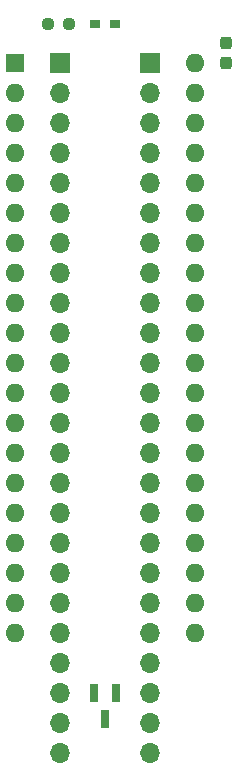
<source format=gbr>
G04 #@! TF.GenerationSoftware,KiCad,Pcbnew,8.0.4+dfsg-1*
G04 #@! TF.CreationDate,2025-02-23T16:56:39+09:00*
G04 #@! TF.ProjectId,bionic-p8085,62696f6e-6963-42d7-9038-3038352e6b69,6*
G04 #@! TF.SameCoordinates,Original*
G04 #@! TF.FileFunction,Soldermask,Top*
G04 #@! TF.FilePolarity,Negative*
%FSLAX46Y46*%
G04 Gerber Fmt 4.6, Leading zero omitted, Abs format (unit mm)*
G04 Created by KiCad (PCBNEW 8.0.4+dfsg-1) date 2025-02-23 16:56:39*
%MOMM*%
%LPD*%
G01*
G04 APERTURE LIST*
G04 Aperture macros list*
%AMRoundRect*
0 Rectangle with rounded corners*
0 $1 Rounding radius*
0 $2 $3 $4 $5 $6 $7 $8 $9 X,Y pos of 4 corners*
0 Add a 4 corners polygon primitive as box body*
4,1,4,$2,$3,$4,$5,$6,$7,$8,$9,$2,$3,0*
0 Add four circle primitives for the rounded corners*
1,1,$1+$1,$2,$3*
1,1,$1+$1,$4,$5*
1,1,$1+$1,$6,$7*
1,1,$1+$1,$8,$9*
0 Add four rect primitives between the rounded corners*
20,1,$1+$1,$2,$3,$4,$5,0*
20,1,$1+$1,$4,$5,$6,$7,0*
20,1,$1+$1,$6,$7,$8,$9,0*
20,1,$1+$1,$8,$9,$2,$3,0*%
G04 Aperture macros list end*
%ADD10R,0.660400X1.625600*%
%ADD11R,1.600000X1.600000*%
%ADD12O,1.600000X1.600000*%
%ADD13O,1.700000X1.700000*%
%ADD14R,1.700000X1.700000*%
%ADD15R,0.965200X0.762000*%
%ADD16RoundRect,0.237500X0.237500X-0.300000X0.237500X0.300000X-0.237500X0.300000X-0.237500X-0.300000X0*%
%ADD17RoundRect,0.237500X0.250000X0.237500X-0.250000X0.237500X-0.250000X-0.237500X0.250000X-0.237500X0*%
G04 APERTURE END LIST*
D10*
X114650001Y-128420000D03*
X112749999Y-128420000D03*
X113700000Y-130552000D03*
D11*
X106080000Y-75080000D03*
D12*
X106080000Y-77620000D03*
X106080000Y-80160000D03*
X106080000Y-82700000D03*
X106080000Y-85240000D03*
X106080000Y-87780000D03*
X106080000Y-90320000D03*
X106080000Y-92860000D03*
X106080000Y-95400000D03*
X106080000Y-97940000D03*
X106080000Y-100480000D03*
X106080000Y-103020000D03*
X106080000Y-105560000D03*
X106080000Y-108100000D03*
X106080000Y-110640000D03*
X106080000Y-113180000D03*
X106080000Y-115720000D03*
X106080000Y-118260000D03*
X106080000Y-120800000D03*
X106080000Y-123340000D03*
X121320000Y-123340000D03*
X121320000Y-120800000D03*
X121320000Y-118260000D03*
X121320000Y-115720000D03*
X121320000Y-113180000D03*
X121320000Y-110640000D03*
X121320000Y-108100000D03*
X121320000Y-105560000D03*
X121320000Y-103020000D03*
X121320000Y-100480000D03*
X121320000Y-97940000D03*
X121320000Y-95400000D03*
X121320000Y-92860000D03*
X121320000Y-90320000D03*
X121320000Y-87780000D03*
X121320000Y-85240000D03*
X121320000Y-82700000D03*
X121320000Y-80160000D03*
X121320000Y-77620000D03*
X121320000Y-75080000D03*
D13*
X117510000Y-133500000D03*
X117510000Y-130960000D03*
X117510000Y-128420000D03*
X117510000Y-125880000D03*
X117510000Y-123340000D03*
X117510000Y-120800000D03*
X117510000Y-118260000D03*
X117510000Y-115720000D03*
X117510000Y-113180000D03*
X117510000Y-110640000D03*
X117510000Y-108100000D03*
X117510000Y-105560000D03*
X117510000Y-103020000D03*
X117510000Y-100480000D03*
X117510000Y-97940000D03*
X117510000Y-95400000D03*
X117510000Y-92860000D03*
X117510000Y-90320000D03*
X117510000Y-87780000D03*
X117510000Y-85240000D03*
X117510000Y-82700000D03*
X117510000Y-80160000D03*
X117510000Y-77620000D03*
D14*
X117510000Y-75080000D03*
X109890000Y-75080000D03*
D13*
X109890000Y-77620000D03*
X109890000Y-80160000D03*
X109890000Y-82700000D03*
X109890000Y-85240000D03*
X109890000Y-87780000D03*
X109890000Y-90320000D03*
X109890000Y-92860000D03*
X109890000Y-95400000D03*
X109890000Y-97940000D03*
X109890000Y-100480000D03*
X109890000Y-103020000D03*
X109890000Y-105560000D03*
X109890000Y-108100000D03*
X109890000Y-110640000D03*
X109890000Y-113180000D03*
X109890000Y-115720000D03*
X109890000Y-118260000D03*
X109890000Y-120800000D03*
X109890000Y-123340000D03*
X109890000Y-125880000D03*
X109890000Y-128420000D03*
X109890000Y-130960000D03*
X109890000Y-133500000D03*
D15*
X112823700Y-71778000D03*
X114576300Y-71778000D03*
D16*
X123910800Y-75080000D03*
X123910800Y-73355000D03*
D17*
X110652000Y-71778000D03*
X108827000Y-71778000D03*
M02*

</source>
